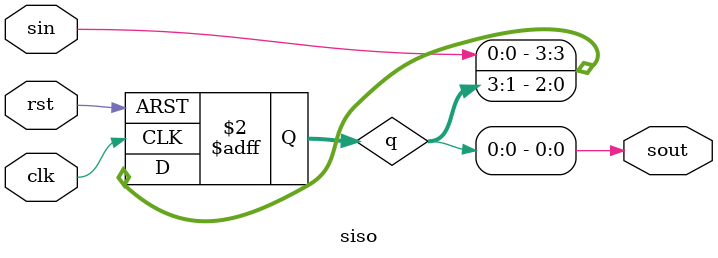
<source format=v>
module siso(
input clk,rst,
input sin,
output sout
);

reg [3:0] q;

always @(posedge clk or posedge rst) begin 
   if(rst) 
     q<=4'b0000;
   else 
     q<={sin,q[3:1]};
end

assign sout=q[0];
endmodule

</source>
